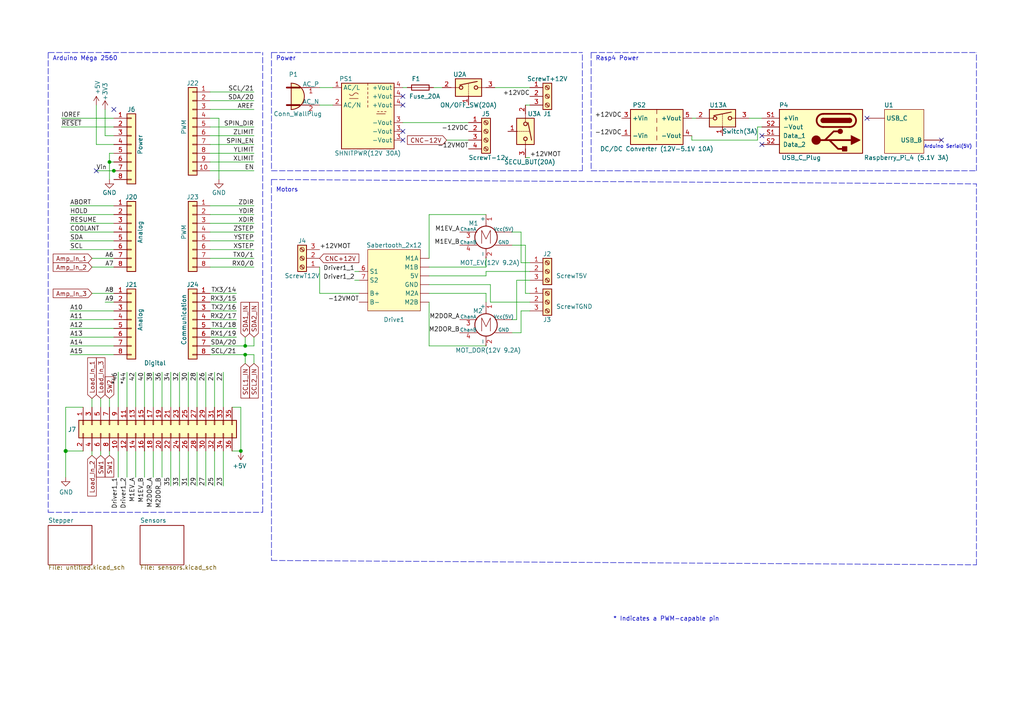
<source format=kicad_sch>
(kicad_sch (version 20211123) (generator eeschema)
  (paper "A4")
  (title_block (title "ExoFlex Electric Schematic") (date "2022-11-01"))
  (lib_symbols
    (symbol "Analog_Switch:DG308AxY"
      (property "Reference" "U" (at -3.175 5.334 0))
      (property "Value" "DG308AxY" (at -3.175 3.556 0))
      (symbol "DG308AxY_1_1"
        (rectangle (start -3.81 2.54) (end 3.81 -2.54) (stroke (width 0.254)) (fill (type background)))
        (circle (center -2.159 0) (radius 0.508) (stroke (width 0.254)))
        (polyline (pts (xy -5.08 0) (xy -2.794 0)))
        (polyline (pts (xy -2.54 0.762) (xy 2.54 1.778)) (stroke (width 0.254)))
        (polyline (pts (xy 0 -2.54) (xy 0 -2.032)))
        (polyline (pts (xy 0 -1.778) (xy 0 -1.524)))
        (polyline (pts (xy 0 -1.27) (xy 0 -1.016)))
        (polyline (pts (xy 0 -0.762) (xy 0 -0.508)))
        (polyline (pts (xy 0 -0.254) (xy 0 0)))
        (polyline (pts (xy 0 0.254) (xy 0 0.508)))
        (polyline (pts (xy 0 0.762) (xy 0 1.016)))
        (polyline (pts (xy 5.08 0) (xy 2.794 0)))
        (circle (center 2.159 0) (radius 0.508) (stroke (width 0.254)))
        (pin input line (at 0 -5.08 90) (length 2.54) (name "~") (number "1"))
        (pin passive line (at -7.62 0 0) (length 2.54) (name "~") (number "2"))
        (pin passive line (at 7.62 0 180) (length 2.54) (name "~") (number "3"))
      )
      (symbol "DG308AxY_2_1"
        (rectangle (start -3.81 2.54) (end 3.81 -2.54) (stroke (width 0.254)) (fill (type background)))
        (circle (center -2.159 0) (radius 0.508) (stroke (width 0.254)))
        (polyline (pts (xy -5.08 0) (xy -2.794 0)))
        (polyline (pts (xy -2.54 0.762) (xy 2.54 1.778)) (stroke (width 0.254)))
        (polyline (pts (xy 0 -2.54) (xy 0 -2.032)))
        (polyline (pts (xy 0 -1.778) (xy 0 -1.524)))
        (polyline (pts (xy 0 -1.27) (xy 0 -1.016)))
        (polyline (pts (xy 0 -0.762) (xy 0 -0.508)))
        (polyline (pts (xy 0 -0.254) (xy 0 0)))
        (polyline (pts (xy 0 0.254) (xy 0 0.508)))
        (polyline (pts (xy 0 0.762) (xy 0 1.016)))
        (polyline (pts (xy 5.08 0) (xy 2.794 0)))
        (circle (center 2.159 0) (radius 0.508) (stroke (width 0.254)))
        (pin passive line (at -7.62 0 0) (length 2.54) (name "~") (number "6"))
        (pin passive line (at 7.62 0 180) (length 2.54) (name "~") (number "7"))
        (pin input line (at 0 -5.08 90) (length 2.54) (name "~") (number "8"))
      )
      (symbol "DG308AxY_3_1"
        (rectangle (start -3.81 2.54) (end 3.81 -2.54) (stroke (width 0.254)) (fill (type background)))
        (circle (center -2.159 0) (radius 0.508) (stroke (width 0.254)))
        (polyline (pts (xy -5.08 0) (xy -2.794 0)))
        (polyline (pts (xy -2.54 0.762) (xy 2.54 1.778)) (stroke (width 0.254)))
        (polyline (pts (xy 0 -2.54) (xy 0 -2.032)))
        (polyline (pts (xy 0 -1.778) (xy 0 -1.524)))
        (polyline (pts (xy 0 -1.27) (xy 0 -1.016)))
        (polyline (pts (xy 0 -0.762) (xy 0 -0.508)))
        (polyline (pts (xy 0 -0.254) (xy 0 0)))
        (polyline (pts (xy 0 0.254) (xy 0 0.508)))
        (polyline (pts (xy 0 0.762) (xy 0 1.016)))
        (polyline (pts (xy 5.08 0) (xy 2.794 0)))
        (circle (center 2.159 0) (radius 0.508) (stroke (width 0.254)))
        (pin passive line (at -7.62 0 0) (length 2.54) (name "~") (number "10"))
        (pin passive line (at 7.62 0 180) (length 2.54) (name "~") (number "11"))
        (pin input line (at 0 -5.08 90) (length 2.54) (name "~") (number "9"))
      )
      (symbol "DG308AxY_4_1"
        (rectangle (start -3.81 2.54) (end 3.81 -2.54) (stroke (width 0.254)) (fill (type background)))
        (circle (center -2.159 0) (radius 0.508) (stroke (width 0.254)))
        (polyline (pts (xy -5.08 0) (xy -2.794 0)))
        (polyline (pts (xy -2.54 0.762) (xy 2.54 1.778)) (stroke (width 0.254)))
        (polyline (pts (xy 0 -2.54) (xy 0 -2.032)))
        (polyline (pts (xy 0 -1.778) (xy 0 -1.524)))
        (polyline (pts (xy 0 -1.27) (xy 0 -1.016)))
        (polyline (pts (xy 0 -0.762) (xy 0 -0.508)))
        (polyline (pts (xy 0 -0.254) (xy 0 0)))
        (polyline (pts (xy 0 0.254) (xy 0 0.508)))
        (polyline (pts (xy 0 0.762) (xy 0 1.016)))
        (polyline (pts (xy 5.08 0) (xy 2.794 0)))
        (circle (center 2.159 0) (radius 0.508) (stroke (width 0.254)))
        (pin passive line (at 7.62 0 180) (length 2.54) (name "~") (number "14"))
        (pin passive line (at -7.62 0 0) (length 2.54) (name "~") (number "15"))
        (pin input line (at 0 -5.08 90) (length 2.54) (name "~") (number "16"))
      )
      (symbol "DG308AxY_5_0"
        (pin no_connect line (at 2.54 10.16 270) (length 2.54) hide (name "NC") (number "12"))
        (pin power_in line (at 0 12.7 270) (length 2.54) (name "V+") (number "13"))
        (pin power_in line (at 2.54 -12.7 90) (length 2.54) (name "V-") (number "4"))
        (pin power_in line (at 0 -12.7 90) (length 2.54) (name "GND") (number "5"))
      )
      (symbol "DG308AxY_5_1"
        (rectangle (start -3.81 10.16) (end 6.35 -10.16) (stroke (width 0.254)) (fill (type background)))
      )
    )
    (symbol "Connector:Conn_WallPlug" (pin_names (offset 0))
      (property "Reference" "P" (at -1.27 4.445 0))
      (property "Value" "Conn_WallPlug" (at -5.715 0 90))
      (symbol "Conn_WallPlug_0_1"
        (arc (start -3.175 -3.81) (mid 0.635 0) (end -3.175 3.81) (stroke (width 0.254)) (fill (type background)))
        (polyline (pts (xy -4.445 -2.54) (xy -0.635 -2.54)) (stroke (width 0.508)))
        (polyline (pts (xy -4.445 2.54) (xy -0.635 2.54)) (stroke (width 0.508)))
        (polyline (pts (xy -3.175 -3.81) (xy -3.175 3.81)) (stroke (width 0.254)))
        (polyline (pts (xy -0.635 -2.54) (xy 2.54 -2.54)))
        (polyline (pts (xy -0.635 2.54) (xy 2.54 2.54)))
      )
      (symbol "Conn_WallPlug_1_1"
        (pin power_out line (at 5.08 2.54 180) (length 5.08) (name "AC_P") (number "1"))
        (pin power_out line (at 5.08 -2.54 180) (length 5.08) (name "AC_N") (number "2"))
      )
    )
    (symbol "Connector:Raspberry_Pi_4"
      (property "Reference" "U?" (at 3.81 -5.08 0))
      (property "Value" "Raspberry_Pi_4 ( 5.1V 3A)" (at 3.81 -1.27 0))
      (symbol "Raspberry_Pi_4_0_1"
        (rectangle (start -2.54 12.7) (end 8.89 0) (fill (type background)))
      )
      (symbol "Raspberry_Pi_4_1_1"
        (pin output line (at 13.97 3.81 180) (length 5.08) (name "USB_B") (number ""))
        (pin input line (at -7.62 10.16 0) (length 5.08) (name "USB_C") (number ""))
      )
    )
    (symbol "Connector:Screw_Terminal_01x03" (pin_names (offset 1.016) hide)
      (property "Reference" "J" (at 0 5.08 0))
      (property "Value" "Screw_Terminal_01x03" (at 0 -5.08 0))
      (symbol "Screw_Terminal_01x03_1_1"
        (rectangle (start -1.27 3.81) (end 1.27 -3.81) (stroke (width 0.254)) (fill (type background)))
        (circle (center 0 -2.54) (radius 0.635) (stroke (width 0.1524)))
        (polyline (pts (xy -0.5334 -2.2098) (xy 0.3302 -3.048)) (stroke (width 0.1524)))
        (polyline (pts (xy -0.5334 0.3302) (xy 0.3302 -0.508)) (stroke (width 0.1524)))
        (polyline (pts (xy -0.5334 2.8702) (xy 0.3302 2.032)) (stroke (width 0.1524)))
        (polyline (pts (xy -0.3556 -2.032) (xy 0.508 -2.8702)) (stroke (width 0.1524)))
        (polyline (pts (xy -0.3556 0.508) (xy 0.508 -0.3302)) (stroke (width 0.1524)))
        (polyline (pts (xy -0.3556 3.048) (xy 0.508 2.2098)) (stroke (width 0.1524)))
        (circle (center 0 0) (radius 0.635) (stroke (width 0.1524)))
        (circle (center 0 2.54) (radius 0.635) (stroke (width 0.1524)))
        (pin passive line (at -5.08 2.54 0) (length 3.81) (name "Pin_1") (number "1"))
        (pin passive line (at -5.08 0 0) (length 3.81) (name "Pin_2") (number "2"))
        (pin passive line (at -5.08 -2.54 0) (length 3.81) (name "Pin_3") (number "3"))
      )
    )
    (symbol "Connector:Screw_Terminal_01x04" (pin_names (offset 1.016) hide)
      (property "Reference" "J" (at 0 5.08 0))
      (property "Value" "Screw_Terminal_01x04" (at 0 -7.62 0))
      (symbol "Screw_Terminal_01x04_1_1"
        (rectangle (start -1.27 3.81) (end 1.27 -6.35) (stroke (width 0.254)) (fill (type background)))
        (circle (center 0 -5.08) (radius 0.635) (stroke (width 0.1524)))
        (circle (center 0 -2.54) (radius 0.635) (stroke (width 0.1524)))
        (polyline (pts (xy -0.5334 -4.7498) (xy 0.3302 -5.588)) (stroke (width 0.1524)))
        (polyline (pts (xy -0.5334 -2.2098) (xy 0.3302 -3.048)) (stroke (width 0.1524)))
        (polyline (pts (xy -0.5334 0.3302) (xy 0.3302 -0.508)) (stroke (width 0.1524)))
        (polyline (pts (xy -0.5334 2.8702) (xy 0.3302 2.032)) (stroke (width 0.1524)))
        (polyline (pts (xy -0.3556 -4.572) (xy 0.508 -5.4102)) (stroke (width 0.1524)))
        (polyline (pts (xy -0.3556 -2.032) (xy 0.508 -2.8702)) (stroke (width 0.1524)))
        (polyline (pts (xy -0.3556 0.508) (xy 0.508 -0.3302)) (stroke (width 0.1524)))
        (polyline (pts (xy -0.3556 3.048) (xy 0.508 2.2098)) (stroke (width 0.1524)))
        (circle (center 0 0) (radius 0.635) (stroke (width 0.1524)))
        (circle (center 0 2.54) (radius 0.635) (stroke (width 0.1524)))
        (pin passive line (at -5.08 2.54 0) (length 3.81) (name "Pin_1") (number "1"))
        (pin passive line (at -5.08 0 0) (length 3.81) (name "Pin_2") (number "2"))
        (pin passive line (at -5.08 -2.54 0) (length 3.81) (name "Pin_3") (number "3"))
        (pin passive line (at -5.08 -5.08 0) (length 3.81) (name "Pin_4") (number "4"))
      )
    )
    (symbol "Connector:USB_C_Plug" (pin_names (offset 1.016))
      (property "Reference" "P?" (at 33.02 0 0))
      (property "Value" "USB_C_Plug" (at -22.86 12.7 90))
      (symbol "USB_C_Plug_0_1"
        (rectangle (start -10.16 -11.43) (end 2.54 -35.56) (stroke (width 0.254)) (fill (type background)))
        (arc (start -8.89 -22.86) (mid -6.985 -24.765) (end -5.08 -22.86) (stroke (width 0.508)))
        (arc (start -7.62 -22.86) (mid -6.985 -23.495) (end -6.35 -22.86) (stroke (width 0.254)))
        (arc (start -7.62 -22.86) (mid -6.985 -23.495) (end -6.35 -22.86) (stroke (width 0.254)) (fill (type outline)))
        (rectangle (start -7.62 -22.86) (end -6.35 -15.24) (stroke (width 0.254)) (fill (type outline)))
        (arc (start -6.35 -15.24) (mid -6.985 -14.605) (end -7.62 -15.24) (stroke (width 0.254)))
        (arc (start -6.35 -15.24) (mid -6.985 -14.605) (end -7.62 -15.24) (stroke (width 0.254)) (fill (type outline)))
        (arc (start -5.08 -15.24) (mid -6.985 -13.335) (end -8.89 -15.24) (stroke (width 0.508)))
        (polyline (pts (xy -8.89 -22.86) (xy -8.89 -15.24)) (stroke (width 0.508)))
        (polyline (pts (xy -5.08 -15.24) (xy -5.08 -22.86)) (stroke (width 0.508)))
      )
      (symbol "USB_C_Plug_1_1"
        (circle (center -3.81 -17.907) (radius 0.635) (stroke (width 0.254)) (fill (type outline)))
        (circle (center -1.27 -24.892) (radius 1.27) (fill (type outline)))
        (polyline (pts (xy -1.27 -24.892) (xy -1.27 -14.732)) (stroke (width 0.508)))
        (polyline (pts (xy -1.27 -22.352) (xy -3.81 -19.812) (xy -3.81 -18.542)) (stroke (width 0.508)))
        (polyline (pts (xy -1.27 -21.082) (xy 1.27 -18.542) (xy 1.27 -17.272)) (stroke (width 0.508)))
        (polyline (pts (xy -2.54 -14.732) (xy -1.27 -12.192) (xy 0 -14.732) (xy -2.54 -14.732)) (stroke (width 0.254)) (fill (type outline)))
        (rectangle (start 0.635 -17.272) (end 1.905 -16.002) (stroke (width 0.254)) (fill (type outline)))
        (pin passive line (at -7.62 -40.64 90) (length 5.08) (name "+Vin") (number "S1"))
        (pin passive line (at -2.54 -40.64 90) (length 5.08) (name "Data_1") (number "S1"))
        (pin passive line (at -5.08 -40.64 90) (length 5.08) (name "-Vout") (number "S2"))
        (pin passive line (at 0 -40.64 90) (length 5.08) (name "Data_2") (number "S2"))
      )
    )
    (symbol "Connector_Generic:Conn_01x08" (pin_names (offset 1.016) hide)
      (property "Reference" "J" (at 0 10.16 0))
      (property "Value" "Conn_01x08" (at 0 -12.7 0))
      (symbol "Conn_01x08_1_1"
        (rectangle (start -1.27 -10.033) (end 0 -10.287) (stroke (width 0.1524)))
        (rectangle (start -1.27 -7.493) (end 0 -7.747) (stroke (width 0.1524)))
        (rectangle (start -1.27 -4.953) (end 0 -5.207) (stroke (width 0.1524)))
        (rectangle (start -1.27 -2.413) (end 0 -2.667) (stroke (width 0.1524)))
        (rectangle (start -1.27 0.127) (end 0 -0.127) (stroke (width 0.1524)))
        (rectangle (start -1.27 2.667) (end 0 2.413) (stroke (width 0.1524)))
        (rectangle (start -1.27 5.207) (end 0 4.953) (stroke (width 0.1524)))
        (rectangle (start -1.27 7.747) (end 0 7.493) (stroke (width 0.1524)))
        (rectangle (start -1.27 8.89) (end 1.27 -11.43) (stroke (width 0.254)) (fill (type background)))
        (pin passive line (at -5.08 7.62 0) (length 3.81) (name "Pin_1") (number "1"))
        (pin passive line (at -5.08 5.08 0) (length 3.81) (name "Pin_2") (number "2"))
        (pin passive line (at -5.08 2.54 0) (length 3.81) (name "Pin_3") (number "3"))
        (pin passive line (at -5.08 0 0) (length 3.81) (name "Pin_4") (number "4"))
        (pin passive line (at -5.08 -2.54 0) (length 3.81) (name "Pin_5") (number "5"))
        (pin passive line (at -5.08 -5.08 0) (length 3.81) (name "Pin_6") (number "6"))
        (pin passive line (at -5.08 -7.62 0) (length 3.81) (name "Pin_7") (number "7"))
        (pin passive line (at -5.08 -10.16 0) (length 3.81) (name "Pin_8") (number "8"))
      )
    )
    (symbol "Connector_Generic:Conn_01x10" (pin_names (offset 1.016) hide)
      (property "Reference" "J" (at 0 12.7 0))
      (property "Value" "Conn_01x10" (at 0 -15.24 0))
      (symbol "Conn_01x10_1_1"
        (rectangle (start -1.27 -12.573) (end 0 -12.827) (stroke (width 0.1524)))
        (rectangle (start -1.27 -10.033) (end 0 -10.287) (stroke (width 0.1524)))
        (rectangle (start -1.27 -7.493) (end 0 -7.747) (stroke (width 0.1524)))
        (rectangle (start -1.27 -4.953) (end 0 -5.207) (stroke (width 0.1524)))
        (rectangle (start -1.27 -2.413) (end 0 -2.667) (stroke (width 0.1524)))
        (rectangle (start -1.27 0.127) (end 0 -0.127) (stroke (width 0.1524)))
        (rectangle (start -1.27 2.667) (end 0 2.413) (stroke (width 0.1524)))
        (rectangle (start -1.27 5.207) (end 0 4.953) (stroke (width 0.1524)))
        (rectangle (start -1.27 7.747) (end 0 7.493) (stroke (width 0.1524)))
        (rectangle (start -1.27 10.287) (end 0 10.033) (stroke (width 0.1524)))
        (rectangle (start -1.27 11.43) (end 1.27 -13.97) (stroke (width 0.254)) (fill (type background)))
        (pin passive line (at -5.08 10.16 0) (length 3.81) (name "Pin_1") (number "1"))
        (pin passive line (at -5.08 -12.7 0) (length 3.81) (name "Pin_10") (number "10"))
        (pin passive line (at -5.08 7.62 0) (length 3.81) (name "Pin_2") (number "2"))
        (pin passive line (at -5.08 5.08 0) (length 3.81) (name "Pin_3") (number "3"))
        (pin passive line (at -5.08 2.54 0) (length 3.81) (name "Pin_4") (number "4"))
        (pin passive line (at -5.08 0 0) (length 3.81) (name "Pin_5") (number "5"))
        (pin passive line (at -5.08 -2.54 0) (length 3.81) (name "Pin_6") (number "6"))
        (pin passive line (at -5.08 -5.08 0) (length 3.81) (name "Pin_7") (number "7"))
        (pin passive line (at -5.08 -7.62 0) (length 3.81) (name "Pin_8") (number "8"))
        (pin passive line (at -5.08 -10.16 0) (length 3.81) (name "Pin_9") (number "9"))
      )
    )
    (symbol "Connector_Generic:Conn_02x18_Odd_Even" (pin_names (offset 1.016) hide)
      (property "Reference" "J" (at 1.27 22.86 0))
      (property "Value" "Conn_02x18_Odd_Even" (at 1.27 -25.4 0))
      (symbol "Conn_02x18_Odd_Even_1_1"
        (rectangle (start -1.27 -22.733) (end 0 -22.987) (stroke (width 0.1524)))
        (rectangle (start -1.27 -20.193) (end 0 -20.447) (stroke (width 0.1524)))
        (rectangle (start -1.27 -17.653) (end 0 -17.907) (stroke (width 0.1524)))
        (rectangle (start -1.27 -15.113) (end 0 -15.367) (stroke (width 0.1524)))
        (rectangle (start -1.27 -12.573) (end 0 -12.827) (stroke (width 0.1524)))
        (rectangle (start -1.27 -10.033) (end 0 -10.287) (stroke (width 0.1524)))
        (rectangle (start -1.27 -7.493) (end 0 -7.747) (stroke (width 0.1524)))
        (rectangle (start -1.27 -4.953) (end 0 -5.207) (stroke (width 0.1524)))
        (rectangle (start -1.27 -2.413) (end 0 -2.667) (stroke (width 0.1524)))
        (rectangle (start -1.27 0.127) (end 0 -0.127) (stroke (width 0.1524)))
        (rectangle (start -1.27 2.667) (end 0 2.413) (stroke (width 0.1524)))
        (rectangle (start -1.27 5.207) (end 0 4.953) (stroke (width 0.1524)))
        (rectangle (start -1.27 7.747) (end 0 7.493) (stroke (width 0.1524)))
        (rectangle (start -1.27 10.287) (end 0 10.033) (stroke (width 0.1524)))
        (rectangle (start -1.27 12.827) (end 0 12.573) (stroke (width 0.1524)))
        (rectangle (start -1.27 15.367) (end 0 15.113) (stroke (width 0.1524)))
        (rectangle (start -1.27 17.907) (end 0 17.653) (stroke (width 0.1524)))
        (rectangle (start -1.27 20.447) (end 0 20.193) (stroke (width 0.1524)))
        (rectangle (start -1.27 21.59) (end 3.81 -24.13) (stroke (width 0.254)) (fill (type background)))
        (rectangle (start 3.81 -22.733) (end 2.54 -22.987) (stroke (width 0.1524)))
        (rectangle (start 3.81 -20.193) (end 2.54 -20.447) (stroke (width 0.1524)))
        (rectangle (start 3.81 -17.653) (end 2.54 -17.907) (stroke (width 0.1524)))
        (rectangle (start 3.81 -15.113) (end 2.54 -15.367) (stroke (width 0.1524)))
        (rectangle (start 3.81 -12.573) (end 2.54 -12.827) (stroke (width 0.1524)))
        (rectangle (start 3.81 -10.033) (end 2.54 -10.287) (stroke (width 0.1524)))
        (rectangle (start 3.81 -7.493) (end 2.54 -7.747) (stroke (width 0.1524)))
        (rectangle (start 3.81 -4.953) (end 2.54 -5.207) (stroke (width 0.1524)))
        (rectangle (start 3.81 -2.413) (end 2.54 -2.667) (stroke (width 0.1524)))
        (rectangle (start 3.81 0.127) (end 2.54 -0.127) (stroke (width 0.1524)))
        (rectangle (start 3.81 2.667) (end 2.54 2.413) (stroke (width 0.1524)))
        (rectangle (start 3.81 5.207) (end 2.54 4.953) (stroke (width 0.1524)))
        (rectangle (start 3.81 7.747) (end 2.54 7.493) (stroke (width 0.1524)))
        (rectangle (start 3.81 10.287) (end 2.54 10.033) (stroke (width 0.1524)))
        (rectangle (start 3.81 12.827) (end 2.54 12.573) (stroke (width 0.1524)))
        (rectangle (start 3.81 15.367) (end 2.54 15.113) (stroke (width 0.1524)))
        (rectangle (start 3.81 17.907) (end 2.54 17.653) (stroke (width 0.1524)))
        (rectangle (start 3.81 20.447) (end 2.54 20.193) (stroke (width 0.1524)))
        (pin passive line (at -5.08 20.32 0) (length 3.81) (name "Pin_1") (number "1"))
        (pin passive line (at 7.62 10.16 180) (length 3.81) (name "Pin_10") (number "10"))
        (pin passive line (at -5.08 7.62 0) (length 3.81) (name "Pin_11") (number "11"))
        (pin passive line (at 7.62 7.62 180) (length 3.81) (name "Pin_12") (number "12"))
        (pin passive line (at -5.08 5.08 0) (length 3.81) (name "Pin_13") (number "13"))
        (pin passive line (at 7.62 5.08 180) (length 3.81) (name "Pin_14") (number "14"))
        (pin passive line (at -5.08 2.54 0) (length 3.81) (name "Pin_15") (number "15"))
        (pin passive line (at 7.62 2.54 180) (length 3.81) (name "Pin_16") (number "16"))
        (pin passive line (at -5.08 0 0) (length 3.81) (name "Pin_17") (number "17"))
        (pin passive line (at 7.62 0 180) (length 3.81) (name "Pin_18") (number "18"))
        (pin passive line (at -5.08 -2.54 0) (length 3.81) (name "Pin_19") (number "19"))
        (pin passive line (at 7.62 20.32 180) (length 3.81) (name "Pin_2") (number "2"))
        (pin passive line (at 7.62 -2.54 180) (length 3.81) (name "Pin_20") (number "20"))
        (pin passive line (at -5.08 -5.08 0) (length 3.81) (name "Pin_21") (number "21"))
        (pin passive line (at 7.62 -5.08 180) (length 3.81) (name "Pin_22") (number "22"))
        (pin passive line (at -5.08 -7.62 0) (length 3.81) (name "Pin_23") (number "23"))
        (pin passive line (at 7.62 -7.62 180) (length 3.81) (name "Pin_24") (number "24"))
        (pin passive line (at -5.08 -10.16 0) (length 3.81) (name "Pin_25") (number "25"))
        (pin passive line (at 7.62 -10.16 180) (length 3.81) (name "Pin_26") (number "26"))
        (pin passive line (at -5.08 -12.7 0) (length 3.81) (name "Pin_27") (number "27"))
        (pin passive line (at 7.62 -12.7 180) (length 3.81) (name "Pin_28") (number "28"))
        (pin passive line (at -5.08 -15.24 0) (length 3.81) (name "Pin_29") (number "29"))
        (pin passive line (at -5.08 17.78 0) (length 3.81) (name "Pin_3") (number "3"))
        (pin passive line (at 7.62 -15.24 180) (length 3.81) (name "Pin_30") (number "30"))
        (pin passive line (at -5.08 -17.78 0) (length 3.81) (name "Pin_31") (number "31"))
        (pin passive line (at 7.62 -17.78 180) (length 3.81) (name "Pin_32") (number "32"))
        (pin passive line (at -5.08 -20.32 0) (length 3.81) (name "Pin_33") (number "33"))
        (pin passive line (at 7.62 -20.32 180) (length 3.81) (name "Pin_34") (number "34"))
        (pin passive line (at -5.08 -22.86 0) (length 3.81) (name "Pin_35") (number "35"))
        (pin passive line (at 7.62 -22.86 180) (length 3.81) (name "Pin_36") (number "36"))
        (pin passive line (at 7.62 17.78 180) (length 3.81) (name "Pin_4") (number "4"))
        (pin passive line (at -5.08 15.24 0) (length 3.81) (name "Pin_5") (number "5"))
        (pin passive line (at 7.62 15.24 180) (length 3.81) (name "Pin_6") (number "6"))
        (pin passive line (at -5.08 12.7 0) (length 3.81) (name "Pin_7") (number "7"))
        (pin passive line (at 7.62 12.7 180) (length 3.81) (name "Pin_8") (number "8"))
        (pin passive line (at -5.08 10.16 0) (length 3.81) (name "Pin_9") (number "9"))
      )
    )
    (symbol "Converter_ACDC:HLK-PM01"
      (property "Reference" "PS1" (at 0 8.89 0))
      (property "Value" "SHNITPWR(12V 30A)" (at 0 6.35 0))
      (symbol "HLK-PM01_0_1"
        (rectangle (start -7.62 3.81) (end 7.62 -15.24) (stroke (width 0.254)) (fill (type background)))
        (arc (start -5.334 0.635) (mid -4.699 0.2495) (end -4.064 0.635))
        (arc (start -2.794 0.635) (mid -3.429 1.0072) (end -4.064 0.635))
        (polyline (pts (xy -5.334 -0.635) (xy -2.794 -0.635)))
        (polyline (pts (xy 0 -2.54) (xy 0 -3.175)))
        (polyline (pts (xy 0 -1.27) (xy 0 -1.905)))
        (polyline (pts (xy 0 0) (xy 0 -0.635)))
        (polyline (pts (xy 0 1.27) (xy 0 0.635)))
        (polyline (pts (xy 0 2.54) (xy 0 1.905)))
        (polyline (pts (xy 0 3.81) (xy 0 3.175)))
        (polyline (pts (xy 2.54 -5.08) (xy 5.08 -5.08)))
        (polyline (pts (xy 2.794 -4.445) (xy 3.302 -4.445)))
        (polyline (pts (xy 3.81 -4.445) (xy 4.318 -4.445)))
        (polyline (pts (xy 4.826 -4.445) (xy 5.334 -4.445)))
      )
      (symbol "HLK-PM01_1_1"
        (pin power_in line (at -10.16 2.54 0) (length 2.54) (name "AC/L") (number "1"))
        (pin power_in line (at -10.16 -2.54 0) (length 2.54) (name "AC/N") (number "2"))
        (pin power_out line (at 10.16 -12.7 180) (length 2.54) (name "-Vout") (number "3"))
        (pin power_out line (at 10.16 -10.16 180) (length 2.54) (name "-Vout") (number "3"))
        (pin power_out line (at 10.16 -7.62 180) (length 2.54) (name "-Vout") (number "3"))
        (pin power_out line (at 10.16 -2.54 180) (length 2.54) (name "+Vout") (number "4"))
        (pin power_out line (at 10.16 0 180) (length 2.54) (name "+Vout") (number "4"))
        (pin power_out line (at 10.16 2.54 180) (length 2.54) (name "+Vout") (number "4"))
      )
    )
    (symbol "Converter_DCDC:IA0305D"
      (property "Reference" "PS1" (at 0 13.97 0))
      (property "Value" "DC/DC Converter (12V-5.1V 10A)" (at 0 7.62 0))
      (symbol "IA0305D_0_0"
        (pin power_in line (at -10.16 -2.54 0) (length 2.54) (name "-Vin") (number "1"))
        (pin power_in line (at -10.16 2.54 0) (length 2.54) (name "+Vin") (number "3"))
        (pin power_out line (at 10.16 -2.54 180) (length 2.54) (name "-Vout") (number "4"))
        (pin power_out line (at 10.16 2.54 180) (length 2.54) (name "+Vout") (number "5"))
      )
      (symbol "IA0305D_0_1"
        (rectangle (start -7.62 5.08) (end 7.62 -5.08) (stroke (width 0.254)) (fill (type background)))
        (polyline (pts (xy 0 -2.54) (xy 0 -3.81)))
        (polyline (pts (xy 0 0) (xy 0 -1.27)))
        (polyline (pts (xy 0 2.54) (xy 0 1.27)))
        (polyline (pts (xy 0 5.08) (xy 0 3.81)))
      )
      (symbol "IA0305D_1_1"
        (pin no_connect line (at 0 -5.08 90) (length 2.54) hide (name "NC") (number "2"))
      )
    )
    (symbol "Device:Fuse" (pin_numbers hide) (pin_names (offset 0))
      (property "Reference" "F" (at 2.032 0 90))
      (property "Value" "Fuse" (at -1.905 0 90))
      (symbol "Fuse_0_1"
        (rectangle (start -0.762 -2.54) (end 0.762 2.54) (stroke (width 0.254)))
        (polyline (pts (xy 0 2.54) (xy 0 -2.54)))
      )
      (symbol "Fuse_1_1"
        (pin passive line (at 0 3.81 270) (length 1.27) (name "~") (number "1"))
        (pin passive line (at 0 -3.81 90) (length 1.27) (name "~") (number "2"))
      )
    )
    (symbol "Driver_Motor:Sabertooth_2x12"
      (property "Reference" "Drive1" (at 0 13.97 0))
      (property "Value" "Sabertooth_2x12" (at 0 11.43 0))
      (symbol "Sabertooth_2x12_0_1"
        (rectangle (start -7.62 8.89) (end 7.62 -8.89) (fill (type background)))
      )
      (symbol "Sabertooth_2x12_1_1"
        (pin output line (at 10.16 1.27 180) (length 2.54) (name "5V") (number ""))
        (pin output line (at -10.16 -3.81 0) (length 2.54) (name "B+") (number ""))
        (pin output line (at -10.16 -6.35 0) (length 2.54) (name "B-") (number ""))
        (pin output line (at 10.16 -1.27 180) (length 2.54) (name "GND") (number ""))
        (pin output line (at 10.16 6.35 180) (length 2.54) (name "M1A") (number ""))
        (pin output line (at 10.16 3.81 180) (length 2.54) (name "M1B") (number ""))
        (pin output line (at 10.16 -3.81 180) (length 2.54) (name "M2A") (number ""))
        (pin output line (at 10.16 -6.35 180) (length 2.54) (name "M2B") (number ""))
        (pin input line (at -10.16 2.54 0) (length 2.54) (name "S1") (number "6"))
        (pin input line (at -10.16 0 0) (length 2.54) (name "S2") (number "7"))
      )
    )
    (symbol "Motor_DC_1" (pin_names (offset 0))
      (property "Reference" "M1" (at -5.08 2.54 0))
      (property "Value" "MOT_EV(12V 9.2A)" (at -8.89 6.35 0))
      (symbol "Motor_DC_1_0_0"
        (polyline (pts (xy -1.27 -3.302) (xy -1.27 0.508) (xy 0 -2.032) (xy 1.27 0.508) (xy 1.27 -3.302)))
      )
      (symbol "Motor_DC_1_0_1"
        (circle (center 0 -1.524) (radius 3.2512) (stroke (width 0.254)))
        (polyline (pts (xy 0 -7.62) (xy 0 -7.112)))
        (polyline (pts (xy 0 -4.7752) (xy 0 -5.1816)))
        (polyline (pts (xy 0 1.7272) (xy 0 2.0828)))
        (polyline (pts (xy 0 2.032) (xy 0 2.54)))
      )
      (symbol "Motor_DC_1_1_1"
        (pin output line (at 7.62 -3.81 180) (length 5) (name "GND") (number ""))
        (pin output line (at 7.62 0 180) (length 5) (name "Vcc(5V)") (number ""))
        (pin passive line (at 0 5.08 270) (length 2.54) (name "+") (number "1"))
        (pin passive line (at 0 -7.62 90) (length 2.54) (name "-") (number "2"))
        (pin output line (at -7.62 0 0) (length 5) (name "ChanA") (number "3"))
        (pin output line (at -7.62 -3.81 0) (length 5) (name "ChanB") (number "4"))
      )
    )
    (symbol "power:+3V3" (power) (pin_names (offset 0))
      (property "Value" "+3V3" (at 0 3.556 0))
      (symbol "+3V3_0_1"
        (polyline (pts (xy -0.762 1.27) (xy 0 2.54)))
        (polyline (pts (xy 0 0) (xy 0 2.54)))
        (polyline (pts (xy 0 2.54) (xy 0.762 1.27)))
      )
      (symbol "+3V3_1_1"
        (pin power_in line (at 0 0 90) (length 0) hide (name "+3V3") (number "1"))
      )
    )
    (symbol "power:+5V" (power) (pin_names (offset 0))
      (property "Value" "+5V" (at 0 3.556 0))
      (symbol "+5V_0_1"
        (polyline (pts (xy -0.762 1.27) (xy 0 2.54)))
        (polyline (pts (xy 0 0) (xy 0 2.54)))
        (polyline (pts (xy 0 2.54) (xy 0.762 1.27)))
      )
      (symbol "+5V_1_1"
        (pin power_in line (at 0 0 90) (length 0) hide (name "+5V") (number "1"))
      )
    )
    (symbol "power:GND" (power) (pin_names (offset 0))
      (property "Value" "GND" (at 0 -3.81 0))
      (symbol "GND_0_1"
        (polyline (pts (xy 0 0) (xy 0 -1.27) (xy 1.27 -1.27) (xy 0 -2.54) (xy -1.27 -1.27) (xy 0 -1.27)))
      )
      (symbol "GND_1_1"
        (pin power_in line (at 0 0 270) (length 0) hide (name "GND") (number "1"))
      )
    )
  )
  (junction (at 71.12 100.33))
  (junction (at 19.05 130.81) (diameter 1.016))
  (junction (at 71.12 102.87))
  (junction (at 69.85 130.81))
  (junction (at 33.02 49.53))
  (junction (at 31.75 46.99))
  (no_connect (at 116.84 40.64))
  (no_connect (at 116.84 30.48))
  (no_connect (at 116.84 27.94))
  (no_connect (at 273.05 40.64))
  (no_connect (at 220.98 39.37))
  (no_connect (at 220.98 41.91))
  (no_connect (at 251.46 34.29))
  (no_connect (at 33.02 31.75))
  (no_connect (at 116.84 38.1))
  (no_connect (at 27.94 49.53))
  (wire (pts (xy 60.96 77.47) (xy 73.66 77.47)))
  (wire (pts (xy 124.46 62.23) (xy 140.97 62.23)))
  (wire (pts (xy 151.13 90.17) (xy 151.13 96.52)))
  (wire (pts (xy 118.11 25.4) (xy 116.84 25.4)))
  (wire (pts (xy 124.46 80.01) (xy 140.97 80.01)))
  (wire (pts (xy 26.67 77.47) (xy 33.02 77.47)))
  (wire (pts (xy 60.96 44.45) (xy 73.66 44.45)))
  (wire (pts (xy 41.91 107.95) (xy 41.91 118.11)))
  (wire (pts (xy 60.96 26.67) (xy 73.66 26.67)))
  (wire (pts (xy 44.45 107.95) (xy 44.45 118.11)))
  (wire (pts (xy 149.86 81.28) (xy 149.86 92.71)))
  (wire (pts (xy 69.85 118.11) (xy 69.85 130.81)))
  (wire (pts (xy 71.12 97.79) (xy 71.12 100.33)))
  (wire (pts (xy 24.13 118.11) (xy 19.05 118.11)))
  (polyline (pts (xy 78.74 15.24) (xy 78.74 49.53)))
  (wire (pts (xy 60.96 90.17) (xy 68.58 90.17)))
  (wire (pts (xy 31.75 44.45) (xy 31.75 46.99)))
  (wire (pts (xy 46.99 130.81) (xy 46.99 138.43)))
  (wire (pts (xy 20.32 72.39) (xy 33.02 72.39)))
  (wire (pts (xy 52.07 107.95) (xy 52.07 118.11)))
  (polyline (pts (xy 13.97 15.24) (xy 13.97 148.59)))
  (wire (pts (xy 64.77 107.95) (xy 64.77 118.11)))
  (wire (pts (xy 31.75 46.99) (xy 31.75 52.07)))
  (polyline (pts (xy 171.45 15.24) (xy 283.21 15.24)))
  (wire (pts (xy 59.69 130.81) (xy 59.69 140.97)))
  (wire (pts (xy 200.66 40.64) (xy 200.66 39.37)))
  (wire (pts (xy 142.24 82.55) (xy 142.24 87.63)))
  (polyline (pts (xy 168.91 49.53) (xy 168.91 15.24)))
  (wire (pts (xy 30.48 39.37) (xy 33.02 39.37)))
  (wire (pts (xy 39.37 107.95) (xy 39.37 118.11)))
  (polyline (pts (xy 78.74 52.07) (xy 78.74 162.56)))
  (wire (pts (xy 129.54 40.64) (xy 135.89 40.64)))
  (wire (pts (xy 27.94 41.91) (xy 33.02 41.91)))
  (wire (pts (xy 49.53 130.81) (xy 49.53 140.97)))
  (wire (pts (xy 92.71 85.09) (xy 104.14 85.09)))
  (wire (pts (xy 27.94 30.48) (xy 27.94 41.91)))
  (wire (pts (xy 124.46 82.55) (xy 142.24 82.55)))
  (wire (pts (xy 20.32 102.87) (xy 33.02 102.87)))
  (wire (pts (xy 34.29 130.81) (xy 34.29 138.43)))
  (wire (pts (xy 57.15 130.81) (xy 57.15 140.97)))
  (polyline (pts (xy 78.74 52.07) (xy 283.21 53.34)))
  (wire (pts (xy 142.24 87.63) (xy 153.67 87.63)))
  (wire (pts (xy 60.96 36.83) (xy 73.66 36.83)))
  (wire (pts (xy 30.48 31.75) (xy 30.48 39.37)))
  (wire (pts (xy 60.96 59.69) (xy 73.66 59.69)))
  (polyline (pts (xy 171.45 15.24) (xy 171.45 49.53)))
  (wire (pts (xy 143.51 25.4) (xy 153.67 25.4)))
  (wire (pts (xy 33.02 59.69) (xy 20.32 59.69)))
  (wire (pts (xy 60.96 39.37) (xy 73.66 39.37)))
  (wire (pts (xy 33.02 100.33) (xy 20.32 100.33)))
  (wire (pts (xy 60.96 62.23) (xy 73.66 62.23)))
  (wire (pts (xy 26.67 132.08) (xy 26.67 130.81)))
  (wire (pts (xy 33.02 49.53) (xy 34.29 49.53)))
  (wire (pts (xy 60.96 97.79) (xy 68.58 97.79)))
  (wire (pts (xy 140.97 74.93) (xy 140.97 77.47)))
  (wire (pts (xy 29.21 115.57) (xy 29.21 118.11)))
  (wire (pts (xy 71.12 100.33) (xy 73.66 100.33)))
  (wire (pts (xy 26.67 115.57) (xy 26.67 118.11)))
  (wire (pts (xy 49.53 107.95) (xy 49.53 118.11)))
  (wire (pts (xy 73.66 105.41) (xy 73.66 102.87)))
  (wire (pts (xy 217.17 34.29) (xy 220.98 34.29)))
  (wire (pts (xy 19.05 118.11) (xy 19.05 130.81)))
  (wire (pts (xy 34.29 107.95) (xy 34.29 118.11)))
  (wire (pts (xy 24.13 130.81) (xy 19.05 130.81)))
  (wire (pts (xy 60.96 46.99) (xy 73.66 46.99)))
  (wire (pts (xy 57.15 107.95) (xy 57.15 118.11)))
  (polyline (pts (xy 76.2 148.59) (xy 76.2 15.24)))
  (wire (pts (xy 54.61 107.95) (xy 54.61 118.11)))
  (wire (pts (xy 36.83 130.81) (xy 36.83 138.43)))
  (wire (pts (xy 54.61 130.81) (xy 54.61 140.97)))
  (wire (pts (xy 31.75 130.81) (xy 31.75 132.08)))
  (wire (pts (xy 62.23 107.95) (xy 62.23 118.11)))
  (wire (pts (xy 60.96 67.31) (xy 73.66 67.31)))
  (wire (pts (xy 200.66 34.29) (xy 201.93 34.29)))
  (polyline (pts (xy 283.21 49.53) (xy 283.21 15.24)))
  (wire (pts (xy 41.91 130.81) (xy 41.91 138.43)))
  (wire (pts (xy 36.83 107.95) (xy 36.83 118.11)))
  (wire (pts (xy 17.78 34.29) (xy 33.02 34.29)))
  (polyline (pts (xy 78.74 162.56) (xy 283.21 163.83)))
  (wire (pts (xy 200.66 40.64) (xy 219.71 40.64)))
  (polyline (pts (xy 78.74 15.24) (xy 168.91 15.24)))
  (wire (pts (xy 219.71 40.64) (xy 219.71 36.83)))
  (wire (pts (xy 60.96 87.63) (xy 68.58 87.63)))
  (polyline (pts (xy 13.97 148.59) (xy 76.2 148.59)))
  (wire (pts (xy 63.5 34.29) (xy 63.5 52.07)))
  (wire (pts (xy 60.96 102.87) (xy 71.12 102.87)))
  (wire (pts (xy 151.13 90.17) (xy 153.67 90.17)))
  (wire (pts (xy 153.67 85.09) (xy 152.4 85.09)))
  (wire (pts (xy 124.46 77.47) (xy 140.97 77.47)))
  (wire (pts (xy 60.96 31.75) (xy 73.66 31.75)))
  (wire (pts (xy 67.31 118.11) (xy 69.85 118.11)))
  (wire (pts (xy 124.46 62.23) (xy 124.46 74.93)))
  (wire (pts (xy 60.96 95.25) (xy 68.58 95.25)))
  (wire (pts (xy 71.12 105.41) (xy 71.12 102.87)))
  (wire (pts (xy 20.32 92.71) (xy 33.02 92.71)))
  (wire (pts (xy 219.71 36.83) (xy 220.98 36.83)))
  (wire (pts (xy 125.73 25.4) (xy 128.27 25.4)))
  (wire (pts (xy 33.02 64.77) (xy 20.32 64.77)))
  (wire (pts (xy 17.78 36.83) (xy 33.02 36.83)))
  (wire (pts (xy 140.97 87.63) (xy 140.97 85.09)))
  (wire (pts (xy 60.96 85.09) (xy 68.58 85.09)))
  (wire (pts (xy 124.46 100.33) (xy 140.97 100.33)))
  (wire (pts (xy 33.02 46.99) (xy 31.75 46.99)))
  (wire (pts (xy 124.46 85.09) (xy 140.97 85.09)))
  (wire (pts (xy 124.46 87.63) (xy 124.46 100.33)))
  (polyline (pts (xy 171.45 49.53) (xy 283.21 49.53)))
  (polyline (pts (xy 283.21 163.83) (xy 283.21 53.34)))
  (wire (pts (xy 73.66 102.87) (xy 71.12 102.87)))
  (polyline (pts (xy 78.74 49.53) (xy 168.91 49.53)))
  (wire (pts (xy 20.32 62.23) (xy 33.02 62.23)))
  (wire (pts (xy 153.67 81.28) (xy 149.86 81.28)))
  (wire (pts (xy 148.59 92.71) (xy 149.86 92.71)))
  (wire (pts (xy 29.21 130.81) (xy 29.21 132.08)))
  (wire (pts (xy 148.59 71.12) (xy 152.4 71.12)))
  (wire (pts (xy 148.59 96.52) (xy 151.13 96.52)))
  (wire (pts (xy 52.07 130.81) (xy 52.07 140.97)))
  (wire (pts (xy 33.02 90.17) (xy 20.32 90.17)))
  (wire (pts (xy 60.96 92.71) (xy 68.58 92.71)))
  (wire (pts (xy 60.96 34.29) (xy 63.5 34.29)))
  (wire (pts (xy 44.45 130.81) (xy 44.45 138.43)))
  (wire (pts (xy 33.02 44.45) (xy 31.75 44.45)))
  (wire (pts (xy 20.32 97.79) (xy 33.02 97.79)))
  (wire (pts (xy 92.71 30.48) (xy 96.52 30.48)))
  (wire (pts (xy 148.59 67.31) (xy 151.13 67.31)))
  (wire (pts (xy 59.69 107.95) (xy 59.69 118.11)))
  (wire (pts (xy 92.71 25.4) (xy 96.52 25.4)))
  (wire (pts (xy 60.96 41.91) (xy 73.66 41.91)))
  (wire (pts (xy 102.87 78.74) (xy 104.14 78.74)))
  (wire (pts (xy 46.99 107.95) (xy 46.99 118.11)))
  (wire (pts (xy 73.66 100.33) (xy 73.66 97.79)))
  (wire (pts (xy 30.48 87.63) (xy 33.02 87.63)))
  (wire (pts (xy 152.4 30.48) (xy 153.67 30.48)))
  (wire (pts (xy 152.4 45.72) (xy 153.67 45.72)))
  (wire (pts (xy 60.96 64.77) (xy 73.66 64.77)))
  (wire (pts (xy 20.32 67.31) (xy 33.02 67.31)))
  (wire (pts (xy 31.75 115.57) (xy 31.75 118.11)))
  (wire (pts (xy 151.13 76.2) (xy 151.13 67.31)))
  (wire (pts (xy 102.87 81.28) (xy 104.14 81.28)))
  (wire (pts (xy 60.96 100.33) (xy 71.12 100.33)))
  (wire (pts (xy 116.84 35.56) (xy 135.89 35.56)))
  (wire (pts (xy 69.85 130.81) (xy 67.31 130.81)))
  (wire (pts (xy 151.13 76.2) (xy 153.67 76.2)))
  (wire (pts (xy 26.67 85.09) (xy 33.02 85.09)))
  (wire (pts (xy 152.4 85.09) (xy 152.4 71.12)))
  (wire (pts (xy 140.97 78.74) (xy 153.67 78.74)))
  (wire (pts (xy 64.77 130.81) (xy 64.77 140.97)))
  (wire (pts (xy 60.96 29.21) (xy 73.66 29.21)))
  (wire (pts (xy 62.23 130.81) (xy 62.23 140.97)))
  (wire (pts (xy 60.96 72.39) (xy 73.66 72.39)))
  (polyline (pts (xy 30.48 15.24) (xy 76.2 15.24)))
  (wire (pts (xy 60.96 69.85) (xy 73.66 69.85)))
  (wire (pts (xy 39.37 130.81) (xy 39.37 138.43)))
  (wire (pts (xy 27.94 49.53) (xy 33.02 49.53)))
  (wire (pts (xy 92.71 77.47) (xy 92.71 85.09)))
  (wire (pts (xy 60.96 74.93) (xy 73.66 74.93)))
  (wire (pts (xy 33.02 95.25) (xy 20.32 95.25)))
  (wire (pts (xy 140.97 80.01) (xy 140.97 78.74)))
  (wire (pts (xy 19.05 130.81) (xy 19.05 138.43)))
  (polyline (pts (xy 31.75 15.24) (xy 13.97 15.24)))
  (wire (pts (xy 26.67 74.93) (xy 33.02 74.93)))
  (wire (pts (xy 33.02 69.85) (xy 20.32 69.85)))
  (wire (pts (xy 60.96 49.53) (xy 73.66 49.53)))
  (text "Motors" (at 80.01 55.88 0) (effects (font (size 1.27 1.27)) (justify left bottom)))
  (text "Arduino Méga 2560" (at 15.24 17.78 0) (effects (font (size 1.27 1.27)) (justify left bottom)))
  (text "Rasp4 Power" (at 172.72 17.78 0) (effects (font (size 1.27 1.27)) (justify left bottom)))
  (text "Arduino Serial(5V)" (at 267.97 43.18 0) (effects (font (size 1 1)) (justify left bottom)))
  (text "Power" (at 80.01 17.78 0) (effects (font (size 1.27 1.27)) (justify left bottom)))
  (text "* Indicates a PWM-capable pin" (at 177.8 180.34 0) (effects (font (size 1.27 1.27)) (justify left bottom)))
  (label "A10" (at 20.32 90.17 0))
  (label "RX0{slash}0" (at 73.66 77.47 180))
  (label "A15" (at 20.32 102.87 0))
  (label "RESUME" (at 20.32 64.77 0))
  (label "RX2{slash}17" (at 68.58 92.71 180))
  (label "ZSTEP" (at 73.66 67.31 180))
  (label "SDA{slash}20" (at 68.58 100.33 180))
  (label "26" (at 59.69 107.95 270))
  (label "31" (at 54.61 140.97 90))
  (label "-12VDC" (at 180.34 39.37 180))
  (label "22" (at 64.77 107.95 270))
  (label "33" (at 52.07 140.97 90))
  (label "36" (at 46.99 107.95 270))
  (label "XSTEP" (at 73.66 72.39 180))
  (label "TX1{slash}18" (at 68.58 95.25 180))
  (label "*44" (at 36.83 107.95 270))
  (label "COOLANT" (at 20.32 67.31 0))
  (label "M2DOR_A" (at 133.35 92.71 180))
  (label "SPIN_DIR" (at 73.66 36.83 180))
  (label "Driver1_2" (at 36.83 138.43 270))
  (label "ZLIMIT" (at 73.66 39.37 180))
  (label "40" (at 41.91 107.95 270))
  (label "~{RESET}" (at 17.78 36.83 0))
  (label "M1EV_B" (at 41.91 138.43 270))
  (label "+12VDC" (at 153.67 27.94 180))
  (label "35" (at 49.53 140.97 90))
  (label "Driver1_1" (at 102.87 78.74 180))
  (label "YLIMIT" (at 73.66 44.45 180))
  (label "-12VMOT" (at 135.89 43.18 180))
  (label "28" (at 57.15 107.95 270))
  (label "M2DOR_A" (at 44.45 138.43 270))
  (label "Driver1_2" (at 102.87 81.28 180))
  (label "23" (at 64.77 140.97 90))
  (label "+12VMOT" (at 153.67 45.72 0))
  (label "29" (at 57.15 140.97 90))
  (label "A13" (at 20.32 97.79 0))
  (label "30" (at 54.61 107.95 270))
  (label "34" (at 49.53 107.95 270))
  (label "M1EV_A" (at 133.35 67.31 180))
  (label "38" (at 44.45 107.95 270))
  (label "-12VDC" (at 135.89 38.1 180))
  (label "ZDIR" (at 73.66 59.69 180))
  (label "SDA{slash}20" (at 73.66 29.21 180))
  (label "EN" (at 73.66 49.53 180))
  (label "A9" (at 30.48 87.63 0))
  (label "SPIN_EN" (at 73.66 41.91 180))
  (label "Driver1_1" (at 34.29 138.43 270))
  (label "YSTEP" (at 73.66 69.85 180))
  (label "+12VDC" (at 180.34 34.29 180))
  (label "M1EV_B" (at 133.35 71.12 180))
  (label "M2DOR_B" (at 46.99 138.43 270))
  (label "A6" (at 30.48 74.93 0))
  (label "42" (at 39.37 107.95 270))
  (label "HOLD" (at 20.32 62.23 0))
  (label "TX0{slash}1" (at 73.66 74.93 180))
  (label "24" (at 62.23 107.95 270))
  (label "RX1{slash}19" (at 68.58 97.79 180))
  (label "ABORT" (at 20.32 59.69 0))
  (label "AREF" (at 73.66 31.75 180))
  (label "A14" (at 20.32 100.33 0))
  (label "A8" (at 30.48 85.09 0))
  (label "Vin" (at 27.94 49.53 0))
  (label "27" (at 59.69 140.97 90))
  (label "25" (at 62.23 140.97 90))
  (label "YDIR" (at 73.66 62.23 180))
  (label "*46" (at 34.29 107.95 270))
  (label "SCL{slash}21" (at 73.66 26.67 180))
  (label "XLIMIT" (at 73.66 46.99 180))
  (label "TX2{slash}16" (at 68.58 90.17 180))
  (label "M1EV_A" (at 39.37 138.43 270))
  (label "XDIR" (at 73.66 64.77 180))
  (label "IOREF" (at 17.78 34.29 0))
  (label "A7" (at 30.48 77.47 0))
  (label "A11" (at 20.32 92.71 0))
  (label "SDA" (at 20.32 69.85 0))
  (label "-12VMOT" (at 104.14 87.63 180))
  (label "SCL" (at 20.32 72.39 0))
  (label "RX3{slash}15" (at 68.58 87.63 180))
  (label "TX3{slash}14" (at 68.58 85.09 180))
  (label "M2DOR_B" (at 133.35 96.52 180))
  (label "32" (at 52.07 107.95 270))
  (label "+12VMOT" (at 92.71 72.39 0))
  (label "A12" (at 20.32 95.25 0))
  (label "SCL{slash}21" (at 68.58 102.87 180))
  (global_label "SW1" (shape input) (at 29.21 132.08 270) (property "Intersheet References" "${INTERSHEET_REFS}" (effects hide)))
  (global_label "SCL2_IN" (shape input) (at 73.66 105.41 270) (property "Intersheet References" "${INTERSHEET_REFS}" (effects hide)))
  (global_label "SW2" (shape input) (at 31.75 115.57 90) (property "Intersheet References" "${INTERSHEET_REFS}" (effects hide)))
  (global_label "SCL1_IN" (shape input) (at 71.12 105.41 270) (property "Intersheet References" "${INTERSHEET_REFS}" (effects hide)))
  (global_label "SDA2_IN" (shape input) (at 73.66 97.79 90) (property "Intersheet References" "${INTERSHEET_REFS}" (effects hide)))
  (global_label "Amp_In_1" (shape input) (at 26.67 74.93 180) (property "Intersheet References" "${INTERSHEET_REFS}" (effects hide)))
  (global_label "CNC+12V" (shape input) (at 92.71 74.93 0) (property "Intersheet References" "${INTERSHEET_REFS}" (effects hide)))
  (global_label "Load_In_3" (shape input) (at 29.21 115.57 90) (property "Intersheet References" "${INTERSHEET_REFS}" (effects hide)))
  (global_label "Amp_In_2" (shape input) (at 26.67 77.47 180) (property "Intersheet References" "${INTERSHEET_REFS}" (effects hide)))
  (global_label "Load_In_1" (shape input) (at 26.67 115.57 90) (property "Intersheet References" "${INTERSHEET_REFS}" (effects hide)))
  (global_label "Amp_In_3" (shape input) (at 26.67 85.09 180) (property "Intersheet References" "${INTERSHEET_REFS}" (effects hide)))
  (global_label "Load_In_2" (shape input) (at 26.67 132.08 270) (property "Intersheet References" "${INTERSHEET_REFS}" (effects hide)))
  (global_label "SDA1_IN" (shape input) (at 71.12 97.79 90) (property "Intersheet References" "${INTERSHEET_REFS}" (effects hide)))
  (global_label "CNC-12V" (shape input) (at 129.54 40.64 180) (property "Intersheet References" "${INTERSHEET_REFS}" (effects hide)))
  (global_label "SW1" (shape input) (at 31.75 132.08 270) (property "Intersheet References" "${INTERSHEET_REFS}" (effects hide)))
  (symbol (lib_id "power:+3V3") (at 30.48 31.75 0) (unit 1)
    (property "Reference" "#PWR03" (effects hide))
    (property "Value" "+3.3V" (at 30.48 29.21 90) (effects (justify left)))
  )
  (symbol (lib_id "power:+5V") (at 27.94 30.48 0) (unit 1)
    (property "Reference" "#PWR02" (effects hide))
    (property "Value" "+5V" (at 28.2956 27.432 90) (effects (justify left)))
  )
  (symbol (lib_id "power:GND") (at 31.75 52.07 0) (unit 1)
    (property "Reference" "#PWR04" (effects hide))
    (property "Value" "GND" (at 31.75 55.88 0))
  )
  (symbol (lib_id "power:GND") (at 63.5 52.07 0) (unit 1)
    (property "Reference" "#PWR05" (effects hide))
    (property "Value" "GND" (at 63.5 55.88 0))
  )
  (symbol (lib_id "Connector_Generic:Conn_02x18_Odd_Even") (at 44.45 123.19 90) (mirror x) (unit 1)
    (property "Reference" "J7" (at 22.0979 124.5806 90) (effects (justify left)))
    (property "Value" "Digital" (at 44.958 105.283 90))
    (property "Footprint" "Connector_PinSocket_2.54mm:PinSocket_2x18_P2.54mm_Vertical" (effects hide))
  )
  (symbol (lib_id "power:GND") (at 19.05 138.43 0) (unit 1)
    (property "Reference" "#PWR07" (effects hide))
    (property "Value" "GND" (at 19.1643 142.7544 0))
  )
  (symbol (lib_id "power:+5V") (at 69.85 130.81 180) (unit 1)
    (property "Reference" "#PWR06" (effects hide))
    (property "Value" "+5V" (at 69.4817 135.1344 0))
  )
  (symbol (lib_id "Converter_ACDC:HLK-PM01") (at 106.68 27.94 0) (unit 1)
    (property "Reference" "PS1" (at 100.33 22.86 0))
    (property "Value" "SHNITPWR(12V 30A)" (at 106.68 44.45 0))
    (property "Footprint" "Converter_ACDC:Converter_ACDC_HiLink_HLK-PMxx" (effects hide))
    (property "Datasheet" "http://www.hlktech.net/product_detail.php?ProId=54" (effects hide))
  )
  (symbol (lib_id "Connector_Generic:Conn_01x08") (at 38.1 41.91 0) (unit 1)
    (property "Reference" "J6" (at 38.1 31.75 0))
    (property "Value" "Power" (at 40.64 41.91 90))
    (property "Footprint" "Connector_PinSocket_2.54mm:PinSocket_1x08_P2.54mm_Vertical" (effects hide))
  )
  (symbol (lib_id "Analog_Switch:DG308AxY") (at 209.55 34.29 0) (unit 1)
    (property "Reference" "U13" (at 208.28 30.48 0))
    (property "Value" "Switch(3A)" (at 214.63 38.1 0))
    (property "Footprint" "Package_SO:SOIC-16_3.9x9.9mm_P1.27mm" (effects hide))
    (property "Datasheet" "http://pdf.datasheetcatalog.com/datasheets/70/494502_DS.pdf" (effects hide))
  )
  (symbol (lib_id "Analog_Switch:DG308AxY") (at 152.4 38.1 270) (unit 1)
    (property "Reference" "U3" (at 154.94 33.02 90))
    (property "Value" "SECU_BUT(20A)" (at 153.67 46.99 90))
    (property "Footprint" "Package_SO:SOIC-16_3.9x9.9mm_P1.27mm" (effects hide))
    (property "Datasheet" "http://pdf.datasheetcatalog.com/datasheets/70/494502_DS.pdf" (effects hide))
  )
  (symbol (lib_id "Connector:USB_C_Plug") (at 261.62 41.91 270) (unit 1)
    (property "Reference" "P4" (at 227.33 30.48 90))
    (property "Value" "USB_C_Plug" (at 232.41 45.72 90))
    (property "Datasheet" "https://www.usb.org/sites/default/files/documents/usb_type-c.zip" (effects hide))
  )
  (symbol (lib_id "Connector_Generic:Conn_01x10") (at 55.88 36.83 0) (mirror y) (unit 1)
    (property "Reference" "J22" (at 55.88 24.13 0))
    (property "Value" "PWM" (at 53.34 36.83 90))
    (property "Footprint" "Connector_PinSocket_2.54mm:PinSocket_1x10_P2.54mm_Vertical" (effects hide))
  )
  (symbol (lib_id "Connector:Screw_Terminal_01x04") (at 140.97 38.1 0) (unit 1)
    (property "Reference" "J5" (at 139.7 33.02 0) (effects (justify left)))
    (property "Value" "ScrewT-12v" (at 135.89 45.72 0) (effects (justify left)))
  )
  (symbol (lib_id "Connector_Generic:Conn_01x08") (at 55.88 67.31 0) (mirror y) (unit 1)
    (property "Reference" "J23" (at 55.88 57.15 0))
    (property "Value" "PWM" (at 53.34 67.31 90))
    (property "Footprint" "Connector_PinSocket_2.54mm:PinSocket_1x08_P2.54mm_Vertical" (effects hide))
  )
  (symbol (lib_id "Analog_Switch:DG308AxY") (at 135.89 25.4 0) (unit 1)
    (property "Reference" "U2" (at 133.35 21.59 0))
    (property "Value" "ON/OFF_SW(20A)" (at 135.89 30.48 0))
    (property "Footprint" "Package_SO:SOIC-16_3.9x9.9mm_P1.27mm" (effects hide))
    (property "Datasheet" "http://pdf.datasheetcatalog.com/datasheets/70/494502_DS.pdf" (effects hide))
  )
  (symbol (lib_name "Motor_DC_1") (lib_id "Motor:Motor_DC") (at 140.97 92.71 0) (unit 1)
    (property "Reference" "M2" (at 137.16 90.17 0) (effects (justify left)))
    (property "Value" "MOT_DOR(12V 9.2A)" (at 132.08 101.6 0) (effects (justify left)))
  )
  (symbol (lib_id "Connector_Generic:Conn_01x08") (at 38.1 67.31 0) (unit 1)
    (property "Reference" "J20" (at 38.1 57.15 0))
    (property "Value" "Analog" (at 40.64 67.31 90))
    (property "Footprint" "Connector_PinSocket_2.54mm:PinSocket_1x08_P2.54mm_Vertical" (effects hide))
  )
  (symbol (lib_id "Connector:Conn_WallPlug") (at 87.63 27.94 0) (unit 1)
    (property "Reference" "P1" (at 85.09 21.59 0))
    (property "Value" "Conn_WallPlug" (at 86.36 33.02 0))
  )
  (symbol (lib_id "Connector_Generic:Conn_01x08") (at 38.1 92.71 0) (unit 1)
    (property "Reference" "J21" (at 38.1 82.55 0))
    (property "Value" "Analog" (at 40.64 92.71 90))
    (property "Footprint" "Connector_PinSocket_2.54mm:PinSocket_1x08_P2.54mm_Vertical" (effects hide))
  )
  (symbol (lib_id "Device:Fuse") (at 121.92 25.4 90) (unit 1)
    (property "Reference" "F1" (at 120.65 22.86 90))
    (property "Value" "Fuse_20A" (at 123.19 27.94 90))
  )
  (symbol (lib_id "Connector_Generic:Conn_01x08") (at 55.88 92.71 0) (mirror y) (unit 1)
    (property "Reference" "J24" (at 55.88 82.55 0))
    (property "Value" "Communication" (at 53.34 92.71 90))
    (property "Footprint" "Connector_PinSocket_2.54mm:PinSocket_1x08_P2.54mm_Vertical" (effects hide))
  )
  (symbol (lib_id "Connector:Screw_Terminal_01x03") (at 87.63 74.93 180) (unit 1)
    (property "Reference" "J4" (at 87.63 69.85 0))
    (property "Value" "ScrewT12V" (at 87.63 80.01 0))
  )
  (symbol (lib_name "Motor_DC_1") (lib_id "Motor:Motor_DC") (at 140.97 67.31 0) (unit 1)
    (property "Reference" "M1" (at 135.89 64.77 0) (effects (justify left)))
    (property "Value" "MOT_EV(12V 9.2A)" (at 133.35 76.2 0) (effects (justify left)))
  )
  (symbol (lib_id "Converter_DCDC:IA0305D") (at 190.5 36.83 0) (unit 1)
    (property "Reference" "PS2" (at 185.42 30.48 0))
    (property "Value" "DC/DC Converter (12V-5.1V 10A)" (at 190.5 43.18 0))
    (property "Footprint" "Converter_DCDC:Converter_DCDC_XP_POWER-IAxxxxD_THT" (effects hide))
    (property "Datasheet" "https://www.xppower.com/pdfs/SF_IA.pdf" (effects hide))
  )
  (symbol (lib_id "Connector:Screw_Terminal_01x03") (at 158.75 78.74 0) (unit 1)
    (property "Reference" "J2" (at 157.48 73.66 0) (effects (justify left)))
    (property "Value" "ScrewT5V" (at 161.29 80.0099 0) (effects (justify left)))
  )
  (symbol (lib_id "Driver_Motor:Sabertooth_2x12") (at 114.3 81.28 0) (unit 1)
    (property "Reference" "Drive1" (at 114.3 92.71 0))
    (property "Value" "Sabertooth_2x12" (at 114.3 71.12 0))
  )
  (symbol (lib_id "Connector:Screw_Terminal_01x03") (at 158.75 27.94 0) (unit 1)
    (property "Reference" "J1" (at 158.75 33.02 0))
    (property "Value" "ScrewT+12V" (at 158.75 22.86 0))
  )
  (symbol (lib_id "Connector:Raspberry_Pi_4") (at 259.08 44.45 0) (unit 1)
    (property "Reference" "U1" (at 257.81 30.48 0))
    (property "Value" "Raspberry_Pi_4 (5.1V 3A)" (at 262.89 45.72 0))
  )
  (symbol (lib_id "Connector:Screw_Terminal_01x03") (at 158.75 87.63 0) (unit 1)
    (property "Reference" "J3" (at 157.48 92.71 0) (effects (justify left)))
    (property "Value" "ScrewTGND" (at 161.29 88.8999 0) (effects (justify left)))
  )
  (sheet (at 13.97 152.4) (size 12.7 11.43) (stroke (width 0.1524))
    (property "Sheet name" "Stepper" (at 13.97 151.6884 0) (effects (justify left bottom)))
    (property "Sheet file" "untitled.kicad_sch" (at 13.97 163.83 0) (effects (justify left top)))
  )
  (sheet (at 40.64 152.4) (size 12.7 11.43) (stroke (width 0.1524))
    (property "Sheet name" "Sensors" (at 40.64 151.6884 0) (effects (justify left bottom)))
    (property "Sheet file" "sensors.kicad_sch" (at 40.64 163.83 0) (effects (justify left top)))
  )
)
</source>
